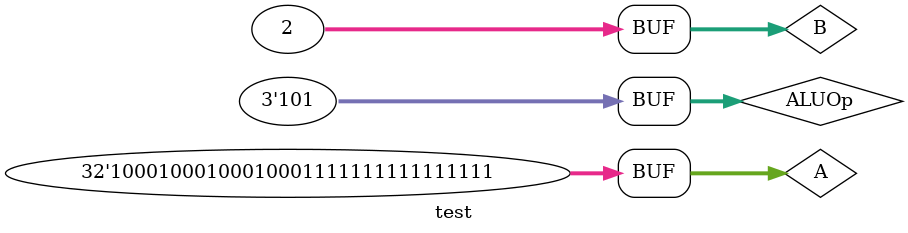
<source format=v>
`timescale 1ns / 1ps


module test;

	// Inputs
	reg [31:0] A;
	reg [31:0] B;
	reg [2:0] ALUOp;

	// Outputs
	wire [31:0] C;

	// Instantiate the Unit Under Test (UUT)
	alu uut (
		.A(A), 
		.B(B), 
		.ALUOp(ALUOp), 
		.C(C)
	);

	initial begin
		// Initialize Inputs
		A = 32'b0001;
		B = 32'b1000;
		ALUOp = 3'b000;

		// Wait 100 ns for global reset to finish
		 #10;
       ALUOp = 3'b001;
		 #10;
       ALUOp = 3'b010;
		 #10;
       ALUOp = 3'b011;
		 #10;
		 A = 32'b10001000100010001111111111111111;
		 B = 32'b0010;
       ALUOp = 3'b100;
		 #10;
       ALUOp = 3'b101;
		// Add stimulus here

	end
      
endmodule


</source>
